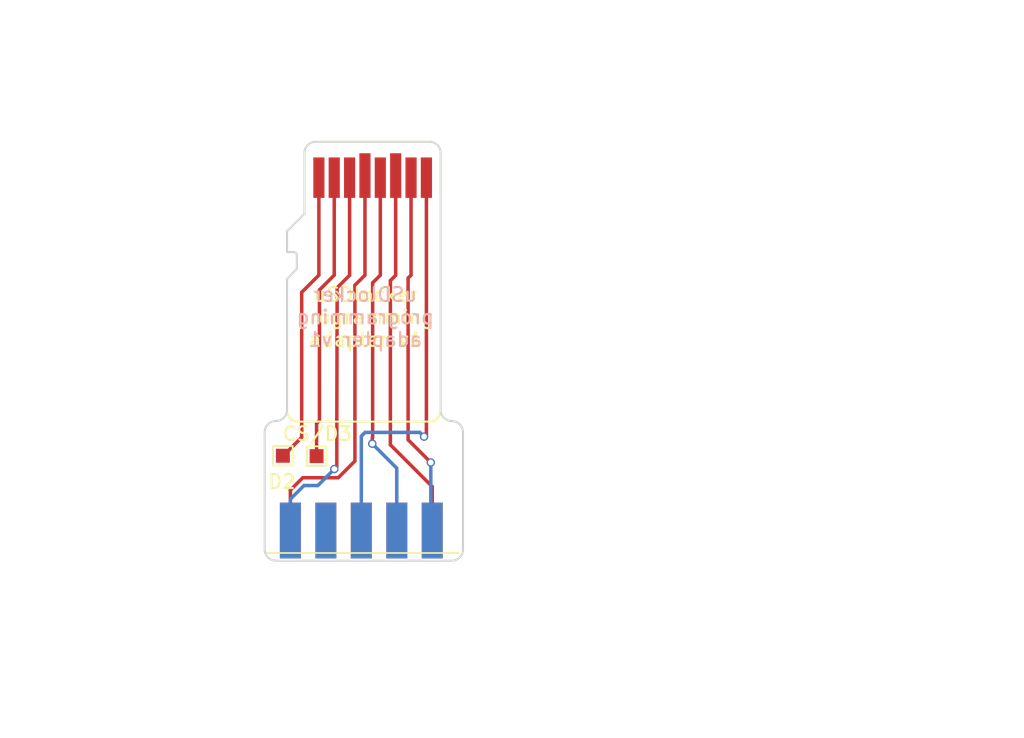
<source format=kicad_pcb>
(kicad_pcb (version 20171130) (host pcbnew 5.1.5+dfsg1-2build2)

  (general
    (thickness 1.6)
    (drawings 38)
    (tracks 56)
    (zones 0)
    (modules 4)
    (nets 13)
  )

  (page A4)
  (title_block
    (title "Micro SD card adapter")
    (date 2016-02-26)
    (rev 1)
    (company SRPOL)
    (comment 1 "Author: Adam Malinowski <a.malinowsk2@partner.samsung.com>")
    (comment 2 "Copyright (c) 2016 Samsung Electronics Co., Ltd All Rights Reserved")
  )

  (layers
    (0 F.Cu signal)
    (31 B.Cu signal)
    (32 B.Adhes user)
    (33 F.Adhes user)
    (34 B.Paste user)
    (35 F.Paste user)
    (36 B.SilkS user)
    (37 F.SilkS user)
    (38 B.Mask user)
    (39 F.Mask user)
    (40 Dwgs.User user)
    (41 Cmts.User user)
    (42 Eco1.User user)
    (43 Eco2.User user)
    (44 Edge.Cuts user)
    (45 Margin user)
    (46 B.CrtYd user)
    (47 F.CrtYd user)
    (48 B.Fab user)
    (49 F.Fab user)
  )

  (setup
    (last_trace_width 0.25)
    (trace_clearance 0.2)
    (zone_clearance 0.508)
    (zone_45_only no)
    (trace_min 0.2)
    (via_size 0.6)
    (via_drill 0.4)
    (via_min_size 0.4)
    (via_min_drill 0.3)
    (uvia_size 0.3)
    (uvia_drill 0.1)
    (uvias_allowed no)
    (uvia_min_size 0.2)
    (uvia_min_drill 0.1)
    (edge_width 0.15)
    (segment_width 0.15)
    (pcb_text_width 0.3)
    (pcb_text_size 1.5 1.5)
    (mod_edge_width 0.15)
    (mod_text_size 1 1)
    (mod_text_width 0.15)
    (pad_size 0.8 2.9)
    (pad_drill 0)
    (pad_to_mask_clearance 0.2)
    (aux_axis_origin 157.627 115.013)
    (grid_origin 146.07 110.06)
    (visible_elements FFFFFF7F)
    (pcbplotparams
      (layerselection 0x010fc_ffffffff)
      (usegerberextensions true)
      (usegerberattributes false)
      (usegerberadvancedattributes false)
      (creategerberjobfile false)
      (excludeedgelayer true)
      (linewidth 0.100000)
      (plotframeref false)
      (viasonmask false)
      (mode 1)
      (useauxorigin true)
      (hpglpennumber 1)
      (hpglpenspeed 20)
      (hpglpendiameter 15.000000)
      (psnegative false)
      (psa4output false)
      (plotreference false)
      (plotvalue false)
      (plotinvisibletext false)
      (padsonsilk false)
      (subtractmaskfromsilk true)
      (outputformat 1)
      (mirror false)
      (drillshape 0)
      (scaleselection 1)
      (outputdirectory "gerbers/"))
  )

  (net 0 "")
  (net 1 /D1)
  (net 2 /D0)
  (net 3 /VSS)
  (net 4 /CLK)
  (net 5 /VDD)
  (net 6 /CMD)
  (net 7 /D3)
  (net 8 /D2)
  (net 9 "Net-(J2-Pad4)")
  (net 10 "Net-(J2-Pad7)")
  (net 11 "Net-(J2-Pad5)")
  (net 12 "Net-(J2-Pad3)")

  (net_class Default "This is the default net class."
    (clearance 0.2)
    (trace_width 0.25)
    (via_dia 0.6)
    (via_drill 0.4)
    (uvia_dia 0.3)
    (uvia_drill 0.1)
    (add_net /CLK)
    (add_net /CMD)
    (add_net /D0)
    (add_net /D1)
    (add_net /D2)
    (add_net /D3)
    (add_net /VDD)
    (add_net /VSS)
    (add_net "Net-(J2-Pad3)")
    (add_net "Net-(J2-Pad4)")
    (add_net "Net-(J2-Pad5)")
    (add_net "Net-(J2-Pad7)")
  )

  (module TestPoint:TestPoint_Pad_1.0x1.0mm (layer F.Cu) (tedit 5A0F774F) (tstamp 6169C61C)
    (at 144.7238 107.4946)
    (descr "SMD rectangular pad as test Point, square 1.0mm side length")
    (tags "test point SMD pad rectangle square")
    (path /6169A74D)
    (attr virtual)
    (fp_text reference TP2 (at 0 -1.448) (layer F.SilkS) hide
      (effects (font (size 1 1) (thickness 0.15)))
    )
    (fp_text value D2 (at -0.0762 1.8542) (layer F.SilkS)
      (effects (font (size 1 1) (thickness 0.15)))
    )
    (fp_line (start 1 1) (end -1 1) (layer F.CrtYd) (width 0.05))
    (fp_line (start 1 1) (end 1 -1) (layer F.CrtYd) (width 0.05))
    (fp_line (start -1 -1) (end -1 1) (layer F.CrtYd) (width 0.05))
    (fp_line (start -1 -1) (end 1 -1) (layer F.CrtYd) (width 0.05))
    (fp_line (start -0.7 0.7) (end -0.7 -0.7) (layer F.SilkS) (width 0.12))
    (fp_line (start 0.7 0.7) (end -0.7 0.7) (layer F.SilkS) (width 0.12))
    (fp_line (start 0.7 -0.7) (end 0.7 0.7) (layer F.SilkS) (width 0.12))
    (fp_line (start -0.7 -0.7) (end 0.7 -0.7) (layer F.SilkS) (width 0.12))
    (fp_text user %R (at 0 -1.45) (layer F.Fab)
      (effects (font (size 1 1) (thickness 0.15)))
    )
    (pad 1 smd rect (at 0 0) (size 1 1) (layers F.Cu F.Mask)
      (net 8 /D2))
  )

  (module TestPoint:TestPoint_Pad_1.0x1.0mm (layer F.Cu) (tedit 5A0F774F) (tstamp 6169C616)
    (at 147.1368 107.52 90)
    (descr "SMD rectangular pad as test Point, square 1.0mm side length")
    (tags "test point SMD pad rectangle square")
    (path /61699AE4)
    (attr virtual)
    (fp_text reference TP1 (at 0 -1.448 90) (layer F.SilkS) hide
      (effects (font (size 1 1) (thickness 0.15)))
    )
    (fp_text value CS/D3 (at 1.6002 0.0508 180) (layer F.SilkS)
      (effects (font (size 1 1) (thickness 0.15)))
    )
    (fp_line (start 1 1) (end -1 1) (layer F.CrtYd) (width 0.05))
    (fp_line (start 1 1) (end 1 -1) (layer F.CrtYd) (width 0.05))
    (fp_line (start -1 -1) (end -1 1) (layer F.CrtYd) (width 0.05))
    (fp_line (start -1 -1) (end 1 -1) (layer F.CrtYd) (width 0.05))
    (fp_line (start -0.7 0.7) (end -0.7 -0.7) (layer F.SilkS) (width 0.12))
    (fp_line (start 0.7 0.7) (end -0.7 0.7) (layer F.SilkS) (width 0.12))
    (fp_line (start 0.7 -0.7) (end 0.7 0.7) (layer F.SilkS) (width 0.12))
    (fp_line (start -0.7 -0.7) (end 0.7 -0.7) (layer F.SilkS) (width 0.12))
    (fp_text user %R (at 0 -1.45 90) (layer F.Fab)
      (effects (font (size 1 1) (thickness 0.15)))
    )
    (pad 1 smd rect (at 0 0 90) (size 1 1) (layers F.Cu F.Mask)
      (net 7 /D3))
  )

  (module connectors:Side_2x5_Connector_SMD (layer F.Cu) (tedit 5FF5CDCB) (tstamp 6169C610)
    (at 150.388 112.7778 270)
    (path /61697345)
    (attr smd)
    (fp_text reference J2 (at -7.8 -48.5 90) (layer F.SilkS) hide
      (effects (font (size 1 1) (thickness 0.15)))
    )
    (fp_text value AVRISP (at 12.22 25.075 90) (layer F.Fab)
      (effects (font (size 1 1) (thickness 0.15)))
    )
    (fp_line (start -0.825 -5.35) (end -0.825 -4.71) (layer F.Fab) (width 0.1))
    (fp_line (start -0.825 -2.81) (end -0.825 -2.17) (layer F.Fab) (width 0.1))
    (fp_line (start -0.825 -0.27) (end -0.825 0.37) (layer F.Fab) (width 0.1))
    (fp_line (start -0.825 2.27) (end -0.825 2.91) (layer F.Fab) (width 0.1))
    (fp_line (start -0.825 4.81) (end -0.825 5.45) (layer F.Fab) (width 0.1))
    (fp_line (start 1.68 6.9) (end 1.68 -6.9) (layer F.SilkS) (width 0.12))
    (fp_line (start -1.68 6.9) (end -1.68 -6.9) (layer F.CrtYd) (width 0.05))
    (pad 10 smd rect (at 0.075 -5.03 270) (size 4 1.5) (layers B.Cu B.Paste B.Mask)
      (net 2 /D0))
    (pad 8 smd rect (at 0.075 -2.49 270) (size 4 1.5) (layers B.Cu B.Paste B.Mask)
      (net 4 /CLK))
    (pad 6 smd rect (at 0.075 0.05 270) (size 4 1.5) (layers B.Cu B.Paste B.Mask)
      (net 1 /D1))
    (pad 4 smd rect (at 0.075 2.59 270) (size 4 1.5) (layers B.Cu B.Paste B.Mask)
      (net 9 "Net-(J2-Pad4)"))
    (pad 2 smd rect (at 0.075 5.13 270) (size 4 1.5) (layers B.Cu B.Paste B.Mask)
      (net 6 /CMD))
    (pad 9 smd rect (at 0.075 -5.03 270) (size 4 1.5) (layers F.Cu F.Paste F.Mask)
      (net 3 /VSS))
    (pad 7 smd rect (at 0.075 -2.49 270) (size 4 1.5) (layers F.Cu F.Paste F.Mask)
      (net 10 "Net-(J2-Pad7)"))
    (pad 5 smd rect (at 0.075 0.05 270) (size 4 1.5) (layers F.Cu F.Paste F.Mask)
      (net 11 "Net-(J2-Pad5)"))
    (pad 3 smd rect (at 0.075 2.59 270) (size 4 1.5) (layers F.Cu F.Paste F.Mask)
      (net 12 "Net-(J2-Pad3)"))
    (pad 1 smd rect (at 0.075 5.13 270) (size 4 1.5) (layers F.Cu F.Paste F.Mask)
      (net 5 /VDD))
    (model ${KISYS3DMOD}/Connector_Harwin.3dshapes/Harwin_M20-89020xx_1x20_P2.54mm_Horizontal.wrl
      (at (xyz 0 0 0))
      (scale (xyz 1 1 1))
      (rotate (xyz 0 0 0))
    )
  )

  (module connectors:usd (layer F.Cu) (tedit 561E0908) (tstamp 5A844DA4)
    (at 147.3 87.58)
    (path /561E06AA)
    (fp_text reference J1 (at 3.79 2.35) (layer F.SilkS) hide
      (effects (font (size 1 1) (thickness 0.15)))
    )
    (fp_text value usd-plug (at 3.64 -2.55) (layer F.Fab) hide
      (effects (font (size 1 1) (thickness 0.15)))
    )
    (pad 8 smd rect (at 7.7 0) (size 0.8 2.9) (layers F.Cu F.Paste F.Mask)
      (net 1 /D1))
    (pad 7 smd rect (at 6.6 0) (size 0.8 2.9) (layers F.Cu F.Paste F.Mask)
      (net 2 /D0))
    (pad 6 smd rect (at 5.5 -0.15) (size 0.8 3.2) (layers F.Cu F.Paste F.Mask)
      (net 3 /VSS))
    (pad 5 smd rect (at 4.4 0) (size 0.8 2.9) (layers F.Cu F.Paste F.Mask)
      (net 4 /CLK))
    (pad 4 smd rect (at 3.3 -0.15) (size 0.8 3.2) (layers F.Cu F.Paste F.Mask)
      (net 5 /VDD))
    (pad 3 smd rect (at 2.2 0) (size 0.8 2.9) (layers F.Cu F.Paste F.Mask)
      (net 6 /CMD))
    (pad 2 smd rect (at 1.1 0) (size 0.8 2.9) (layers F.Cu F.Paste F.Mask)
      (net 7 /D3))
    (pad 1 smd rect (at 0 0) (size 0.8 2.9) (layers F.Cu F.Paste F.Mask)
      (net 8 /D2))
  )

  (gr_text "uSDlocker\nprogramming\nadapter v1" (at 150.6166 97.5632) (layer B.SilkS) (tstamp 6169C71C)
    (effects (font (size 1 1) (thickness 0.15)) (justify mirror))
  )
  (gr_line (start 145.82 105.05) (end 155.215 105.05) (angle 90) (layer F.SilkS) (width 0.15) (tstamp 5A844D85))
  (gr_text "uSDlocker\nprogramming\nadapter v1" (at 150.642 97.5632) (layer F.SilkS)
    (effects (font (size 1 1) (thickness 0.15)))
  )
  (gr_line (start 156.4 84.95) (end 157.3 84.6) (layer Cmts.User) (width 0.15) (tstamp 5A844E3F))
  (gr_line (start 156.4 84.95) (end 156.75 84.05) (layer Cmts.User) (width 0.15) (tstamp 5A844E3C))
  (gr_text "2. Contacts finished with gold" (at 179.53 78.39) (layer Cmts.User)
    (effects (font (size 1.5 1.5) (thickness 0.1)))
  )
  (gr_line (start 161.63 79.59) (end 197.73 79.59) (layer Cmts.User) (width 0.15))
  (gr_line (start 156.38 84.94) (end 161.63 79.59) (layer Cmts.User) (width 0.15))
  (gr_line (start 156.75 84.55) (end 145.75 84.55) (layer Cmts.User) (width 0.15) (tstamp 5A844D79))
  (gr_line (start 156.75 89.55) (end 156.75 84.55) (layer Cmts.User) (width 0.15) (tstamp 5A844D76))
  (gr_line (start 145.75 89.55) (end 156.75 89.55) (layer Cmts.User) (width 0.15) (tstamp 5A844D73))
  (gr_line (start 145.75 84.55) (end 145.75 89.55) (layer Cmts.User) (width 0.15) (tstamp 5A844D70))
  (gr_text "1. Board thickness: 0.8mm" (at 177.601428 75.91) (layer Cmts.User)
    (effects (font (size 1.5 1.5) (thickness 0.1)))
  )
  (dimension 30.000013 (width 0.3) (layer Dwgs.User) (tstamp 5A844D92)
    (gr_text "30.000 mm" (at 139.010001 100.015364 270.0381972) (layer Dwgs.User) (tstamp 5A844D92)
      (effects (font (size 1.5 1.5) (thickness 0.3)))
    )
    (feature1 (pts (xy 147.07 115.01) (xy 137.670002 115.016267)))
    (feature2 (pts (xy 147.05 85.009994) (xy 137.650002 85.016261)))
    (crossbar (pts (xy 140.350001 85.014461) (xy 140.370001 115.014467)))
    (arrow1a (pts (xy 140.370001 115.014467) (xy 139.782829 113.888354)))
    (arrow1b (pts (xy 140.370001 115.014467) (xy 140.955671 113.887573)))
    (arrow2a (pts (xy 140.350001 85.014461) (xy 139.764331 86.141355)))
    (arrow2b (pts (xy 140.350001 85.014461) (xy 140.937173 86.140574)))
  )
  (dimension 14.2 (width 0.3) (layer Dwgs.User) (tstamp 5A844D8C)
    (gr_text "14.200 mm" (at 150.52 119.01) (layer Dwgs.User) (tstamp 5A844D8C)
      (effects (font (size 1.5 1.5) (thickness 0.3)))
    )
    (feature1 (pts (xy 157.62 114.16) (xy 157.62 120.36)))
    (feature2 (pts (xy 143.42 114.16) (xy 143.42 120.36)))
    (crossbar (pts (xy 143.42 117.66) (xy 157.62 117.66)))
    (arrow1a (pts (xy 157.62 117.66) (xy 156.493496 118.246421)))
    (arrow1b (pts (xy 157.62 117.66) (xy 156.493496 117.073579)))
    (arrow2a (pts (xy 143.42 117.66) (xy 144.546504 118.246421)))
    (arrow2b (pts (xy 143.42 117.66) (xy 144.546504 117.073579)))
  )
  (gr_arc (start 145.815 104.25) (end 145.815 105.05) (angle 90) (layer F.SilkS) (width 0.15) (tstamp 5A844D82))
  (gr_arc (start 155.215 104.25) (end 156.015 104.25) (angle 90) (layer F.SilkS) (width 0.15) (tstamp 5A844E00))
  (gr_arc (start 156.82 114.21) (end 157.62 114.21) (angle 90) (layer Edge.Cuts) (width 0.15) (tstamp 5A844DFD))
  (gr_line (start 157.62 105.805) (end 157.62 114.21) (angle 90) (layer Edge.Cuts) (width 0.15) (tstamp 5A844DFA))
  (gr_arc (start 144.22 114.21) (end 144.22 115.01) (angle 90) (layer Edge.Cuts) (width 0.15) (tstamp 5A844DF7))
  (gr_line (start 143.42 105.805) (end 143.42 114.21) (angle 90) (layer Edge.Cuts) (width 0.15) (tstamp 5A844DF4))
  (gr_arc (start 156.82 105.81) (end 156.82 105.01) (angle 90) (layer Edge.Cuts) (width 0.15) (tstamp 5A844E57))
  (gr_arc (start 144.22 105.805) (end 143.42 105.805) (angle 90) (layer Edge.Cuts) (width 0.15) (tstamp 5A844E54))
  (gr_arc (start 145.52 93.11) (end 145.72 93.11) (angle -90) (layer Edge.Cuts) (width 0.15) (tstamp 5A844E51))
  (gr_line (start 146.27 90.16) (end 146.27 85.81) (angle 90) (layer Edge.Cuts) (width 0.15) (tstamp 5A844E4E))
  (gr_line (start 145.72 94.11) (end 145.02 94.844519) (angle 90) (layer Edge.Cuts) (width 0.15) (tstamp 5A844E4B))
  (gr_line (start 145.72 93.11) (end 145.72 94.11) (angle 90) (layer Edge.Cuts) (width 0.15) (tstamp 5A844E66))
  (gr_line (start 145.02 92.91) (end 145.52 92.91) (angle 90) (layer Edge.Cuts) (width 0.15) (tstamp 5A844E63))
  (gr_line (start 145.02 91.41) (end 145.02 92.91) (angle 90) (layer Edge.Cuts) (width 0.15) (tstamp 5A844E60))
  (gr_line (start 146.27 90.16) (end 145.02 91.41) (angle 90) (layer Edge.Cuts) (width 0.15) (tstamp 5A844E5D))
  (gr_arc (start 156.82 104.21) (end 156.82 105.01) (angle 90) (layer Edge.Cuts) (width 0.15) (tstamp 5A844E5A))
  (gr_arc (start 144.22 104.205) (end 145.02 104.205) (angle 90) (layer Edge.Cuts) (width 0.15) (tstamp 5A844E2A))
  (gr_arc (start 147.07 85.81) (end 147.07 85.01) (angle -90) (layer Edge.Cuts) (width 0.15) (tstamp 5A844E27))
  (gr_arc (start 155.22 85.81) (end 156.02 85.81) (angle -90) (layer Edge.Cuts) (width 0.15) (tstamp 5A844E24))
  (gr_line (start 156.02 104.21) (end 156.02 85.81) (angle 90) (layer Edge.Cuts) (width 0.15) (tstamp 5A8512EB))
  (gr_line (start 144.215 115.01) (end 156.82 115.01) (angle 90) (layer Edge.Cuts) (width 0.15) (tstamp 5A8511B7))
  (gr_line (start 145.02 94.844519) (end 145.02 104.21) (angle 90) (layer Edge.Cuts) (width 0.15) (tstamp 5A844DC4))
  (gr_line (start 155.22 85.01) (end 147.07 85.01) (angle 90) (layer Edge.Cuts) (width 0.15) (tstamp 5A844DC1))

  (segment (start 155 87.58) (end 155 105.575) (width 0.25) (layer F.Cu) (net 1))
  (via (at 154.833 106.123) (size 0.6) (drill 0.4) (layers F.Cu B.Cu) (net 1))
  (segment (start 155 105.956) (end 154.833 106.123) (width 0.25) (layer F.Cu) (net 1))
  (segment (start 155 105.575) (end 155 105.956) (width 0.25) (layer F.Cu) (net 1))
  (segment (start 154.533001 105.823001) (end 150.611799 105.823001) (width 0.25) (layer B.Cu) (net 1))
  (segment (start 154.833 106.123) (end 154.533001 105.823001) (width 0.25) (layer B.Cu) (net 1))
  (segment (start 150.338 106.0968) (end 150.338 112.8528) (width 0.25) (layer B.Cu) (net 1))
  (segment (start 150.611799 105.823001) (end 150.338 106.0968) (width 0.25) (layer B.Cu) (net 1))
  (segment (start 153.69 104.961114) (end 153.69 94.77) (width 0.25) (layer F.Cu) (net 2))
  (segment (start 153.69 94.77) (end 153.9 94.56) (width 0.25) (layer F.Cu) (net 2))
  (segment (start 153.9 94.56) (end 153.9 87.58) (width 0.25) (layer F.Cu) (net 2))
  (via (at 155.3156 107.9772) (size 0.6) (drill 0.4) (layers F.Cu B.Cu) (net 2))
  (segment (start 153.69 106.3516) (end 155.3156 107.9772) (width 0.25) (layer F.Cu) (net 2))
  (segment (start 153.69 104.961114) (end 153.69 106.3516) (width 0.25) (layer F.Cu) (net 2))
  (segment (start 155.3156 112.7504) (end 155.418 112.8528) (width 0.25) (layer B.Cu) (net 2))
  (segment (start 155.3156 107.9772) (end 155.3156 112.7504) (width 0.25) (layer B.Cu) (net 2))
  (segment (start 155.418 109.7052) (end 155.418 112.8528) (width 0.25) (layer F.Cu) (net 3))
  (segment (start 152.42 106.7072) (end 155.418 109.7052) (width 0.25) (layer F.Cu) (net 3))
  (segment (start 152.42 94.95) (end 152.42 106.7072) (width 0.25) (layer F.Cu) (net 3))
  (segment (start 152.8 94.57) (end 152.42 94.95) (width 0.25) (layer F.Cu) (net 3))
  (segment (start 152.8 87.43) (end 152.8 94.57) (width 0.25) (layer F.Cu) (net 3))
  (via (at 151.1246 106.631) (size 0.6) (drill 0.4) (layers F.Cu B.Cu) (net 4))
  (segment (start 152.878 108.3844) (end 151.1246 106.631) (width 0.25) (layer B.Cu) (net 4))
  (segment (start 152.878 112.8528) (end 152.878 108.3844) (width 0.25) (layer B.Cu) (net 4))
  (segment (start 151.7 94.56) (end 151.7 87.58) (width 0.25) (layer F.Cu) (net 4))
  (segment (start 151.15 95.11) (end 151.7 94.56) (width 0.25) (layer F.Cu) (net 4))
  (segment (start 151.15 106.181336) (end 151.15 95.11) (width 0.25) (layer F.Cu) (net 4))
  (segment (start 151.1246 106.206736) (end 151.15 106.181336) (width 0.25) (layer F.Cu) (net 4))
  (segment (start 151.1246 106.631) (end 151.1246 106.206736) (width 0.25) (layer F.Cu) (net 4))
  (segment (start 145.258 109.9576) (end 145.258 112.8528) (width 0.25) (layer F.Cu) (net 5))
  (segment (start 148.6862 109.0694) (end 146.1462 109.0694) (width 0.25) (layer F.Cu) (net 5))
  (segment (start 146.1462 109.0694) (end 145.258 109.9576) (width 0.25) (layer F.Cu) (net 5))
  (segment (start 149.88 107.8756) (end 148.6862 109.0694) (width 0.25) (layer F.Cu) (net 5))
  (segment (start 149.88 95.28) (end 149.88 107.8756) (width 0.25) (layer F.Cu) (net 5))
  (segment (start 150.6 94.56) (end 149.88 95.28) (width 0.25) (layer F.Cu) (net 5))
  (segment (start 150.6 87.43) (end 150.6 94.56) (width 0.25) (layer F.Cu) (net 5))
  (segment (start 148.61 95.46) (end 149.5 94.57) (width 0.25) (layer F.Cu) (net 6))
  (segment (start 149.5 94.57) (end 149.5 87.58) (width 0.25) (layer F.Cu) (net 6))
  (segment (start 145.258 110.6028) (end 146.2326 109.6282) (width 0.25) (layer B.Cu) (net 6))
  (segment (start 145.258 112.8528) (end 145.258 110.6028) (width 0.25) (layer B.Cu) (net 6))
  (via (at 148.4068 108.4444) (size 0.6) (drill 0.4) (layers F.Cu B.Cu) (net 6))
  (segment (start 147.223 109.6282) (end 148.4068 108.4444) (width 0.25) (layer B.Cu) (net 6))
  (segment (start 146.2326 109.6282) (end 147.223 109.6282) (width 0.25) (layer B.Cu) (net 6))
  (segment (start 148.5846 104.8784) (end 148.61 95.46) (width 0.25) (layer F.Cu) (net 6))
  (segment (start 148.5846 108.2666) (end 148.5846 104.8784) (width 0.25) (layer F.Cu) (net 6))
  (segment (start 148.4068 108.4444) (end 148.5846 108.2666) (width 0.25) (layer F.Cu) (net 6))
  (segment (start 147.34 104.98) (end 147.1368 105.1832) (width 0.25) (layer F.Cu) (net 7))
  (segment (start 147.34 95.62) (end 147.34 104.98) (width 0.25) (layer F.Cu) (net 7))
  (segment (start 147.1368 105.1832) (end 147.1368 107.52) (width 0.25) (layer F.Cu) (net 7))
  (segment (start 148.4 94.56) (end 147.34 95.62) (width 0.25) (layer F.Cu) (net 7))
  (segment (start 148.4 87.58) (end 148.4 94.56) (width 0.25) (layer F.Cu) (net 7))
  (segment (start 144.7492 107.4946) (end 144.7238 107.4946) (width 0.25) (layer F.Cu) (net 8))
  (segment (start 146.07 106.1738) (end 144.7492 107.4946) (width 0.25) (layer F.Cu) (net 8))
  (segment (start 146.07 95.79) (end 146.07 106.1738) (width 0.25) (layer F.Cu) (net 8))
  (segment (start 147.3 94.56) (end 146.07 95.79) (width 0.25) (layer F.Cu) (net 8))
  (segment (start 147.3 87.58) (end 147.3 94.56) (width 0.25) (layer F.Cu) (net 8))

)

</source>
